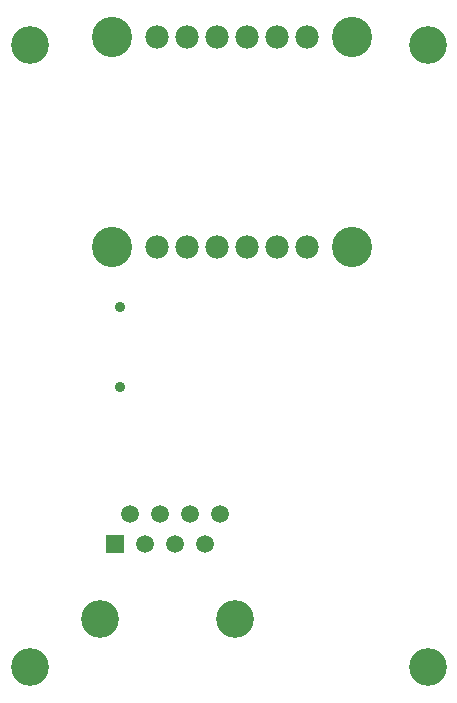
<source format=gbr>
%TF.GenerationSoftware,KiCad,Pcbnew,8.0.1-rc1*%
%TF.CreationDate,2024-12-17T18:19:33-05:00*%
%TF.ProjectId,BNO_BREAKOUT,424e4f5f-4252-4454-914b-4f55542e6b69,rev?*%
%TF.SameCoordinates,Original*%
%TF.FileFunction,Soldermask,Bot*%
%TF.FilePolarity,Negative*%
%FSLAX46Y46*%
G04 Gerber Fmt 4.6, Leading zero omitted, Abs format (unit mm)*
G04 Created by KiCad (PCBNEW 8.0.1-rc1) date 2024-12-17 18:19:33*
%MOMM*%
%LPD*%
G01*
G04 APERTURE LIST*
%ADD10C,0.900000*%
%ADD11C,3.200000*%
%ADD12R,1.500000X1.500000*%
%ADD13C,1.500000*%
%ADD14C,1.982000*%
%ADD15C,3.404000*%
G04 APERTURE END LIST*
D10*
%TO.C,ADRESS*%
X129500000Y-94000000D03*
X129500000Y-100800000D03*
%TD*%
D11*
%TO.C,Ethernet*%
X127840000Y-120390000D03*
X139270000Y-120390000D03*
D12*
X129110000Y-114040000D03*
D13*
X130380000Y-111500000D03*
X131650000Y-114040000D03*
X132920000Y-111500000D03*
X134190000Y-114040000D03*
X135460000Y-111500000D03*
X136730000Y-114040000D03*
X138000000Y-111500000D03*
%TD*%
D11*
%TO.C,REF\u002A\u002A*%
X121900000Y-71800000D03*
%TD*%
%TO.C,M3*%
X155600000Y-124500000D03*
%TD*%
%TO.C,M3*%
X121900000Y-124500000D03*
%TD*%
D14*
%TO.C,BNO*%
X132650000Y-88890000D03*
X135190000Y-88890000D03*
X137730000Y-88890000D03*
X140270000Y-88890000D03*
X142810000Y-88890000D03*
X145350000Y-88890000D03*
X132650000Y-71110000D03*
X135190000Y-71110000D03*
X137730000Y-71110000D03*
X140270000Y-71110000D03*
X142810000Y-71110000D03*
X145350000Y-71110000D03*
D15*
X128840000Y-71110000D03*
X149160000Y-71110000D03*
X128840000Y-88890000D03*
X149160000Y-88890000D03*
%TD*%
D11*
%TO.C,REF\u002A\u002A*%
X155600000Y-71800000D03*
%TD*%
M02*

</source>
